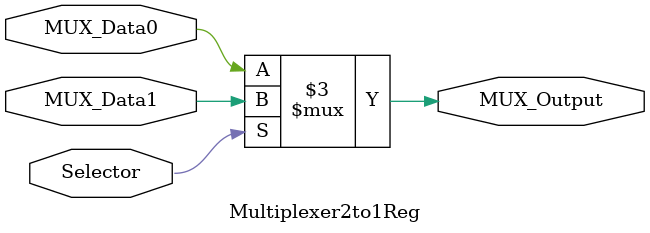
<source format=v>
/******************************************************************
* Description
*	Multiplexor para señales de control
* Author:
*	Sergio Chung/Daniel Barragan
* Date:
*	09/07/2017
******************************************************************/

module Multiplexer2to1Reg
(
	input Selector,
	input MUX_Data0,
	input MUX_Data1,
	
	output reg MUX_Output

);

	always@(Selector,MUX_Data1,MUX_Data0) begin
		if(Selector)
			MUX_Output = MUX_Data1;
		else
			MUX_Output = MUX_Data0;
	end

endmodule
</source>
